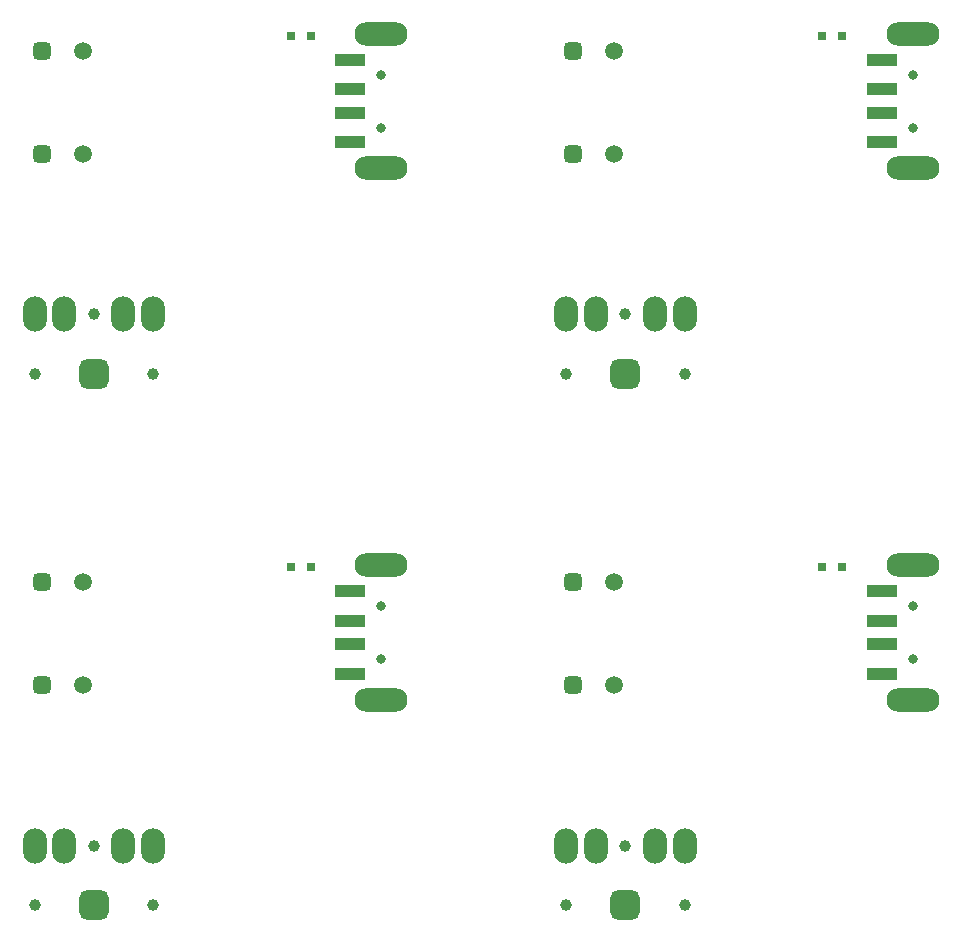
<source format=gts>
%FSLAX25Y25*%
%MOIN*%
G70*
G01*
G75*
G04 Layer_Color=8388736*
%ADD10R,0.09843X0.04331*%
%ADD11R,0.03150X0.03150*%
%ADD12C,0.02000*%
%ADD13C,0.01000*%
%ADD14C,0.04000*%
%ADD15C,0.01500*%
%ADD16C,0.03000*%
%ADD17C,0.05906*%
G04:AMPARAMS|DCode=18|XSize=59.06mil|YSize=59.06mil|CornerRadius=14.76mil|HoleSize=0mil|Usage=FLASHONLY|Rotation=180.000|XOffset=0mil|YOffset=0mil|HoleType=Round|Shape=RoundedRectangle|*
%AMROUNDEDRECTD18*
21,1,0.05906,0.02953,0,0,180.0*
21,1,0.02953,0.05906,0,0,180.0*
1,1,0.02953,-0.01476,0.01476*
1,1,0.02953,0.01476,0.01476*
1,1,0.02953,0.01476,-0.01476*
1,1,0.02953,-0.01476,-0.01476*
%
%ADD18ROUNDEDRECTD18*%
%ADD19C,0.03150*%
%ADD20O,0.17716X0.07874*%
%ADD21C,0.03937*%
%ADD22O,0.08000X0.11811*%
G04:AMPARAMS|DCode=23|XSize=98.43mil|YSize=98.43mil|CornerRadius=24.61mil|HoleSize=0mil|Usage=FLASHONLY|Rotation=270.000|XOffset=0mil|YOffset=0mil|HoleType=Round|Shape=RoundedRectangle|*
%AMROUNDEDRECTD23*
21,1,0.09843,0.04921,0,0,270.0*
21,1,0.04921,0.09843,0,0,270.0*
1,1,0.04921,-0.02461,-0.02461*
1,1,0.04921,-0.02461,0.02461*
1,1,0.04921,0.02461,0.02461*
1,1,0.04921,0.02461,-0.02461*
%
%ADD23ROUNDEDRECTD23*%
%ADD24C,0.02500*%
%ADD25R,0.03543X0.03937*%
%ADD26R,0.03937X0.03543*%
%ADD27R,0.07874X0.09449*%
G04:AMPARAMS|DCode=28|XSize=31.5mil|YSize=51.18mil|CornerRadius=7.87mil|HoleSize=0mil|Usage=FLASHONLY|Rotation=270.000|XOffset=0mil|YOffset=0mil|HoleType=Round|Shape=RoundedRectangle|*
%AMROUNDEDRECTD28*
21,1,0.03150,0.03543,0,0,270.0*
21,1,0.01575,0.05118,0,0,270.0*
1,1,0.01575,-0.01772,-0.00787*
1,1,0.01575,-0.01772,0.00787*
1,1,0.01575,0.01772,0.00787*
1,1,0.01575,0.01772,-0.00787*
%
%ADD28ROUNDEDRECTD28*%
G04:AMPARAMS|DCode=29|XSize=31.5mil|YSize=51.18mil|CornerRadius=7.87mil|HoleSize=0mil|Usage=FLASHONLY|Rotation=0.000|XOffset=0mil|YOffset=0mil|HoleType=Round|Shape=RoundedRectangle|*
%AMROUNDEDRECTD29*
21,1,0.03150,0.03543,0,0,0.0*
21,1,0.01575,0.05118,0,0,0.0*
1,1,0.01575,0.00787,-0.01772*
1,1,0.01575,-0.00787,-0.01772*
1,1,0.01575,-0.00787,0.01772*
1,1,0.01575,0.00787,0.01772*
%
%ADD29ROUNDEDRECTD29*%
%ADD30O,0.02165X0.05118*%
%ADD31O,0.05118X0.02165*%
%ADD32C,0.00100*%
%ADD33C,0.00029*%
%ADD34C,0.00787*%
%ADD35C,0.00500*%
D10*
X156449Y154545D02*
D03*
Y144702D02*
D03*
Y136828D02*
D03*
Y126986D02*
D03*
X333614Y154545D02*
D03*
Y144702D02*
D03*
Y136828D02*
D03*
Y126986D02*
D03*
X156449Y331710D02*
D03*
Y321868D02*
D03*
Y313994D02*
D03*
Y304151D02*
D03*
X333614Y331710D02*
D03*
Y321868D02*
D03*
Y313994D02*
D03*
Y304151D02*
D03*
D11*
X143306Y162500D02*
D03*
X136613D02*
D03*
X320472D02*
D03*
X313779D02*
D03*
X143306Y339665D02*
D03*
X136613D02*
D03*
X320472D02*
D03*
X313779D02*
D03*
D17*
X67270Y157470D02*
D03*
Y123270D02*
D03*
X244435Y157470D02*
D03*
Y123270D02*
D03*
X67270Y334635D02*
D03*
Y300435D02*
D03*
X244435Y334635D02*
D03*
Y300435D02*
D03*
D18*
X53491Y157470D02*
D03*
Y123270D02*
D03*
X230656Y157470D02*
D03*
Y123270D02*
D03*
X53491Y334635D02*
D03*
Y300435D02*
D03*
X230656Y334635D02*
D03*
Y300435D02*
D03*
D19*
X166685Y149624D02*
D03*
Y131907D02*
D03*
X343850Y149624D02*
D03*
Y131907D02*
D03*
X166685Y326789D02*
D03*
Y309072D02*
D03*
X343850Y326789D02*
D03*
Y309072D02*
D03*
D20*
X166685Y163206D02*
D03*
Y118324D02*
D03*
X343850Y163206D02*
D03*
Y118324D02*
D03*
X166685Y340372D02*
D03*
Y295490D02*
D03*
X343850Y340372D02*
D03*
Y295490D02*
D03*
D21*
X90655Y49970D02*
D03*
X51285D02*
D03*
X70970Y69655D02*
D03*
X267821Y49970D02*
D03*
X228450D02*
D03*
X248135Y69655D02*
D03*
X90655Y227135D02*
D03*
X51285D02*
D03*
X70970Y246820D02*
D03*
X267821Y227135D02*
D03*
X228450D02*
D03*
X248135Y246820D02*
D03*
D22*
X51285Y69655D02*
D03*
X61128D02*
D03*
X90655D02*
D03*
X80813D02*
D03*
X228450D02*
D03*
X238293D02*
D03*
X267821D02*
D03*
X257978D02*
D03*
X51285Y246820D02*
D03*
X61128D02*
D03*
X90655D02*
D03*
X80813D02*
D03*
X228450D02*
D03*
X238293D02*
D03*
X267821D02*
D03*
X257978D02*
D03*
D23*
X70970Y49970D02*
D03*
X248135D02*
D03*
X70970Y227135D02*
D03*
X248135D02*
D03*
M02*

</source>
